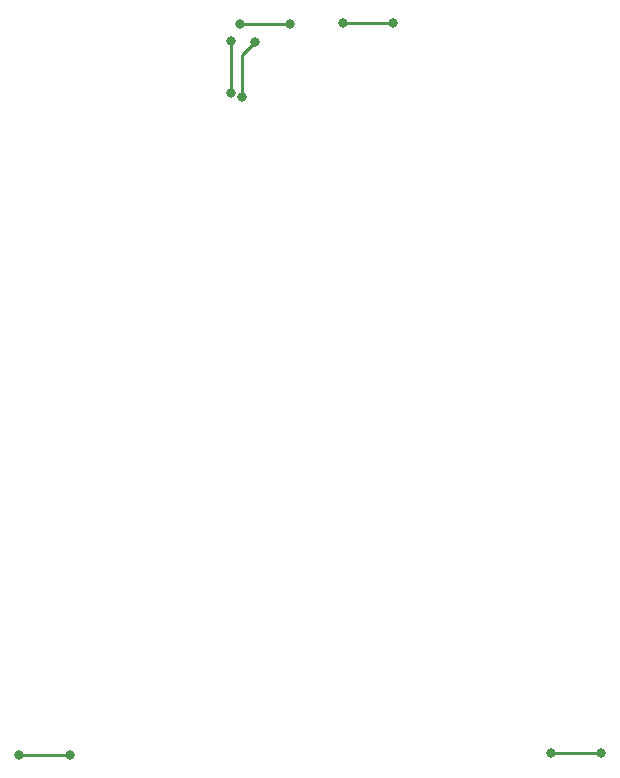
<source format=gbr>
G04 #@! TF.GenerationSoftware,KiCad,Pcbnew,(5.1.5)-3*
G04 #@! TF.CreationDate,2021-03-18T13:29:50-04:00*
G04 #@! TF.ProjectId,LED_Harness_3x2_RED+BLUE,4c45445f-4861-4726-9e65-73735f337832,rev?*
G04 #@! TF.SameCoordinates,Original*
G04 #@! TF.FileFunction,Copper,L2,Bot*
G04 #@! TF.FilePolarity,Positive*
%FSLAX46Y46*%
G04 Gerber Fmt 4.6, Leading zero omitted, Abs format (unit mm)*
G04 Created by KiCad (PCBNEW (5.1.5)-3) date 2021-03-18 13:29:50*
%MOMM*%
%LPD*%
G04 APERTURE LIST*
%ADD10C,0.800000*%
%ADD11C,0.250000*%
G04 APERTURE END LIST*
D10*
X158072050Y-122408002D03*
X162306000Y-122402600D03*
X131953000Y-66929000D03*
X133078220Y-62210950D03*
X140462000Y-60629800D03*
X144695950Y-60624398D03*
X131757650Y-60725998D03*
X135991600Y-60731400D03*
X117340150Y-122585802D03*
X113106200Y-122580400D03*
X131024521Y-66557609D03*
X130980180Y-62195710D03*
D11*
X158072050Y-122408002D02*
X162300598Y-122408002D01*
X131953000Y-66929000D02*
X131953000Y-63336170D01*
X131953000Y-63336170D02*
X133078220Y-62210950D01*
X144695950Y-60624398D02*
X140467402Y-60624398D01*
X131757650Y-60725998D02*
X135986198Y-60725998D01*
X135986198Y-60725998D02*
X135991600Y-60731400D01*
X117340150Y-122585802D02*
X113111602Y-122585802D01*
X113111602Y-122585802D02*
X113106200Y-122580400D01*
X131024521Y-66557609D02*
X131024521Y-62240051D01*
X131024521Y-62240051D02*
X130980180Y-62195710D01*
M02*

</source>
